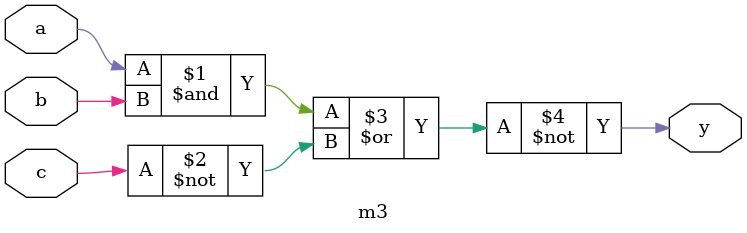
<source format=v>
module m4(input d,clk,a,b,c,output  d0,d1);
  wire w1 ,w2;
 m2 x1(d,clk,w1); 
 m3 x2(a,b,c,w2);
 m1 x3(w1,w2,d0,d1);
endmodule

module m2(input d,clk ,output reg w1);
  always@(posedge clk) begin
    if(clk==0)w1<=w1;
    else w1<=d;
  
  end
  
endmodule

module m1(input w1,s,output  d0,d1);
  assign {d0,d1}=s?{1'b0,w1}:{w1,1'b0};
endmodule

module m3(input a,b,c,output y);
  assign y=~((a&b)|(~c));
endmodule


</source>
